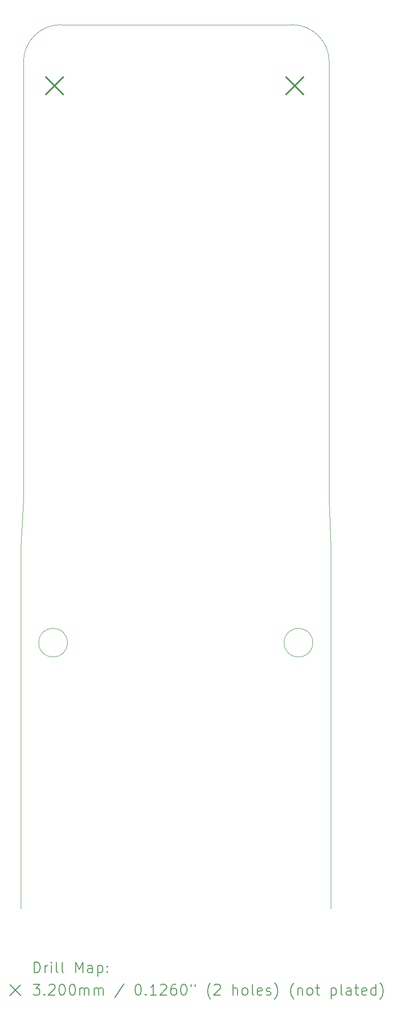
<source format=gbr>
%FSLAX45Y45*%
G04 Gerber Fmt 4.5, Leading zero omitted, Abs format (unit mm)*
G04 Created by KiCad (PCBNEW (6.0.4)) date 2022-12-31 00:20:02*
%MOMM*%
%LPD*%
G01*
G04 APERTURE LIST*
%TA.AperFunction,Profile*%
%ADD10C,0.100000*%
%TD*%
%ADD11C,0.200000*%
%ADD12C,0.320000*%
G04 APERTURE END LIST*
D10*
X8939414Y-10682086D02*
X8939414Y-2476500D01*
X14709140Y-11585620D02*
X14682586Y-10682086D01*
X9763696Y-13367000D02*
G75*
G03*
X9763696Y-13367000I-268830J0D01*
G01*
X9637914Y-1778004D02*
G75*
G03*
X8939414Y-2476500I-4J-698496D01*
G01*
X14373104Y-13367000D02*
G75*
G03*
X14373104Y-13367000I-268830J0D01*
G01*
X8890000Y-11585620D02*
X8939414Y-10682086D01*
X8890000Y-18354000D02*
X8890000Y-11585620D01*
X14682586Y-2476500D02*
X14682586Y-10682086D01*
X9637914Y-1778000D02*
X13984086Y-1778000D01*
X14709140Y-18354000D02*
X14709140Y-11585620D01*
X14682590Y-2476500D02*
G75*
G03*
X13984086Y-1778000I-698500J0D01*
G01*
D11*
D12*
X9365000Y-2761000D02*
X9685000Y-3081000D01*
X9685000Y-2761000D02*
X9365000Y-3081000D01*
X13873500Y-2761000D02*
X14193500Y-3081000D01*
X14193500Y-2761000D02*
X13873500Y-3081000D01*
D11*
X9141619Y-19554476D02*
X9141619Y-19354476D01*
X9189238Y-19354476D01*
X9217810Y-19364000D01*
X9236857Y-19383048D01*
X9246381Y-19402095D01*
X9255905Y-19440190D01*
X9255905Y-19468762D01*
X9246381Y-19506857D01*
X9236857Y-19525905D01*
X9217810Y-19544952D01*
X9189238Y-19554476D01*
X9141619Y-19554476D01*
X9341619Y-19554476D02*
X9341619Y-19421143D01*
X9341619Y-19459238D02*
X9351143Y-19440190D01*
X9360667Y-19430667D01*
X9379714Y-19421143D01*
X9398762Y-19421143D01*
X9465429Y-19554476D02*
X9465429Y-19421143D01*
X9465429Y-19354476D02*
X9455905Y-19364000D01*
X9465429Y-19373524D01*
X9474952Y-19364000D01*
X9465429Y-19354476D01*
X9465429Y-19373524D01*
X9589238Y-19554476D02*
X9570190Y-19544952D01*
X9560667Y-19525905D01*
X9560667Y-19354476D01*
X9694000Y-19554476D02*
X9674952Y-19544952D01*
X9665429Y-19525905D01*
X9665429Y-19354476D01*
X9922571Y-19554476D02*
X9922571Y-19354476D01*
X9989238Y-19497333D01*
X10055905Y-19354476D01*
X10055905Y-19554476D01*
X10236857Y-19554476D02*
X10236857Y-19449714D01*
X10227333Y-19430667D01*
X10208286Y-19421143D01*
X10170190Y-19421143D01*
X10151143Y-19430667D01*
X10236857Y-19544952D02*
X10217810Y-19554476D01*
X10170190Y-19554476D01*
X10151143Y-19544952D01*
X10141619Y-19525905D01*
X10141619Y-19506857D01*
X10151143Y-19487810D01*
X10170190Y-19478286D01*
X10217810Y-19478286D01*
X10236857Y-19468762D01*
X10332095Y-19421143D02*
X10332095Y-19621143D01*
X10332095Y-19430667D02*
X10351143Y-19421143D01*
X10389238Y-19421143D01*
X10408286Y-19430667D01*
X10417810Y-19440190D01*
X10427333Y-19459238D01*
X10427333Y-19516381D01*
X10417810Y-19535429D01*
X10408286Y-19544952D01*
X10389238Y-19554476D01*
X10351143Y-19554476D01*
X10332095Y-19544952D01*
X10513048Y-19535429D02*
X10522571Y-19544952D01*
X10513048Y-19554476D01*
X10503524Y-19544952D01*
X10513048Y-19535429D01*
X10513048Y-19554476D01*
X10513048Y-19430667D02*
X10522571Y-19440190D01*
X10513048Y-19449714D01*
X10503524Y-19440190D01*
X10513048Y-19430667D01*
X10513048Y-19449714D01*
X8684000Y-19784000D02*
X8884000Y-19984000D01*
X8884000Y-19784000D02*
X8684000Y-19984000D01*
X9122571Y-19774476D02*
X9246381Y-19774476D01*
X9179714Y-19850667D01*
X9208286Y-19850667D01*
X9227333Y-19860190D01*
X9236857Y-19869714D01*
X9246381Y-19888762D01*
X9246381Y-19936381D01*
X9236857Y-19955429D01*
X9227333Y-19964952D01*
X9208286Y-19974476D01*
X9151143Y-19974476D01*
X9132095Y-19964952D01*
X9122571Y-19955429D01*
X9332095Y-19955429D02*
X9341619Y-19964952D01*
X9332095Y-19974476D01*
X9322571Y-19964952D01*
X9332095Y-19955429D01*
X9332095Y-19974476D01*
X9417810Y-19793524D02*
X9427333Y-19784000D01*
X9446381Y-19774476D01*
X9494000Y-19774476D01*
X9513048Y-19784000D01*
X9522571Y-19793524D01*
X9532095Y-19812571D01*
X9532095Y-19831619D01*
X9522571Y-19860190D01*
X9408286Y-19974476D01*
X9532095Y-19974476D01*
X9655905Y-19774476D02*
X9674952Y-19774476D01*
X9694000Y-19784000D01*
X9703524Y-19793524D01*
X9713048Y-19812571D01*
X9722571Y-19850667D01*
X9722571Y-19898286D01*
X9713048Y-19936381D01*
X9703524Y-19955429D01*
X9694000Y-19964952D01*
X9674952Y-19974476D01*
X9655905Y-19974476D01*
X9636857Y-19964952D01*
X9627333Y-19955429D01*
X9617810Y-19936381D01*
X9608286Y-19898286D01*
X9608286Y-19850667D01*
X9617810Y-19812571D01*
X9627333Y-19793524D01*
X9636857Y-19784000D01*
X9655905Y-19774476D01*
X9846381Y-19774476D02*
X9865429Y-19774476D01*
X9884476Y-19784000D01*
X9894000Y-19793524D01*
X9903524Y-19812571D01*
X9913048Y-19850667D01*
X9913048Y-19898286D01*
X9903524Y-19936381D01*
X9894000Y-19955429D01*
X9884476Y-19964952D01*
X9865429Y-19974476D01*
X9846381Y-19974476D01*
X9827333Y-19964952D01*
X9817810Y-19955429D01*
X9808286Y-19936381D01*
X9798762Y-19898286D01*
X9798762Y-19850667D01*
X9808286Y-19812571D01*
X9817810Y-19793524D01*
X9827333Y-19784000D01*
X9846381Y-19774476D01*
X9998762Y-19974476D02*
X9998762Y-19841143D01*
X9998762Y-19860190D02*
X10008286Y-19850667D01*
X10027333Y-19841143D01*
X10055905Y-19841143D01*
X10074952Y-19850667D01*
X10084476Y-19869714D01*
X10084476Y-19974476D01*
X10084476Y-19869714D02*
X10094000Y-19850667D01*
X10113048Y-19841143D01*
X10141619Y-19841143D01*
X10160667Y-19850667D01*
X10170190Y-19869714D01*
X10170190Y-19974476D01*
X10265429Y-19974476D02*
X10265429Y-19841143D01*
X10265429Y-19860190D02*
X10274952Y-19850667D01*
X10294000Y-19841143D01*
X10322571Y-19841143D01*
X10341619Y-19850667D01*
X10351143Y-19869714D01*
X10351143Y-19974476D01*
X10351143Y-19869714D02*
X10360667Y-19850667D01*
X10379714Y-19841143D01*
X10408286Y-19841143D01*
X10427333Y-19850667D01*
X10436857Y-19869714D01*
X10436857Y-19974476D01*
X10827333Y-19764952D02*
X10655905Y-20022095D01*
X11084476Y-19774476D02*
X11103524Y-19774476D01*
X11122571Y-19784000D01*
X11132095Y-19793524D01*
X11141619Y-19812571D01*
X11151143Y-19850667D01*
X11151143Y-19898286D01*
X11141619Y-19936381D01*
X11132095Y-19955429D01*
X11122571Y-19964952D01*
X11103524Y-19974476D01*
X11084476Y-19974476D01*
X11065429Y-19964952D01*
X11055905Y-19955429D01*
X11046381Y-19936381D01*
X11036857Y-19898286D01*
X11036857Y-19850667D01*
X11046381Y-19812571D01*
X11055905Y-19793524D01*
X11065429Y-19784000D01*
X11084476Y-19774476D01*
X11236857Y-19955429D02*
X11246381Y-19964952D01*
X11236857Y-19974476D01*
X11227333Y-19964952D01*
X11236857Y-19955429D01*
X11236857Y-19974476D01*
X11436857Y-19974476D02*
X11322571Y-19974476D01*
X11379714Y-19974476D02*
X11379714Y-19774476D01*
X11360667Y-19803048D01*
X11341619Y-19822095D01*
X11322571Y-19831619D01*
X11513048Y-19793524D02*
X11522571Y-19784000D01*
X11541619Y-19774476D01*
X11589238Y-19774476D01*
X11608286Y-19784000D01*
X11617809Y-19793524D01*
X11627333Y-19812571D01*
X11627333Y-19831619D01*
X11617809Y-19860190D01*
X11503524Y-19974476D01*
X11627333Y-19974476D01*
X11798762Y-19774476D02*
X11760667Y-19774476D01*
X11741619Y-19784000D01*
X11732095Y-19793524D01*
X11713048Y-19822095D01*
X11703524Y-19860190D01*
X11703524Y-19936381D01*
X11713048Y-19955429D01*
X11722571Y-19964952D01*
X11741619Y-19974476D01*
X11779714Y-19974476D01*
X11798762Y-19964952D01*
X11808286Y-19955429D01*
X11817809Y-19936381D01*
X11817809Y-19888762D01*
X11808286Y-19869714D01*
X11798762Y-19860190D01*
X11779714Y-19850667D01*
X11741619Y-19850667D01*
X11722571Y-19860190D01*
X11713048Y-19869714D01*
X11703524Y-19888762D01*
X11941619Y-19774476D02*
X11960667Y-19774476D01*
X11979714Y-19784000D01*
X11989238Y-19793524D01*
X11998762Y-19812571D01*
X12008286Y-19850667D01*
X12008286Y-19898286D01*
X11998762Y-19936381D01*
X11989238Y-19955429D01*
X11979714Y-19964952D01*
X11960667Y-19974476D01*
X11941619Y-19974476D01*
X11922571Y-19964952D01*
X11913048Y-19955429D01*
X11903524Y-19936381D01*
X11894000Y-19898286D01*
X11894000Y-19850667D01*
X11903524Y-19812571D01*
X11913048Y-19793524D01*
X11922571Y-19784000D01*
X11941619Y-19774476D01*
X12084476Y-19774476D02*
X12084476Y-19812571D01*
X12160667Y-19774476D02*
X12160667Y-19812571D01*
X12455905Y-20050667D02*
X12446381Y-20041143D01*
X12427333Y-20012571D01*
X12417809Y-19993524D01*
X12408286Y-19964952D01*
X12398762Y-19917333D01*
X12398762Y-19879238D01*
X12408286Y-19831619D01*
X12417809Y-19803048D01*
X12427333Y-19784000D01*
X12446381Y-19755429D01*
X12455905Y-19745905D01*
X12522571Y-19793524D02*
X12532095Y-19784000D01*
X12551143Y-19774476D01*
X12598762Y-19774476D01*
X12617809Y-19784000D01*
X12627333Y-19793524D01*
X12636857Y-19812571D01*
X12636857Y-19831619D01*
X12627333Y-19860190D01*
X12513048Y-19974476D01*
X12636857Y-19974476D01*
X12874952Y-19974476D02*
X12874952Y-19774476D01*
X12960667Y-19974476D02*
X12960667Y-19869714D01*
X12951143Y-19850667D01*
X12932095Y-19841143D01*
X12903524Y-19841143D01*
X12884476Y-19850667D01*
X12874952Y-19860190D01*
X13084476Y-19974476D02*
X13065428Y-19964952D01*
X13055905Y-19955429D01*
X13046381Y-19936381D01*
X13046381Y-19879238D01*
X13055905Y-19860190D01*
X13065428Y-19850667D01*
X13084476Y-19841143D01*
X13113048Y-19841143D01*
X13132095Y-19850667D01*
X13141619Y-19860190D01*
X13151143Y-19879238D01*
X13151143Y-19936381D01*
X13141619Y-19955429D01*
X13132095Y-19964952D01*
X13113048Y-19974476D01*
X13084476Y-19974476D01*
X13265428Y-19974476D02*
X13246381Y-19964952D01*
X13236857Y-19945905D01*
X13236857Y-19774476D01*
X13417809Y-19964952D02*
X13398762Y-19974476D01*
X13360667Y-19974476D01*
X13341619Y-19964952D01*
X13332095Y-19945905D01*
X13332095Y-19869714D01*
X13341619Y-19850667D01*
X13360667Y-19841143D01*
X13398762Y-19841143D01*
X13417809Y-19850667D01*
X13427333Y-19869714D01*
X13427333Y-19888762D01*
X13332095Y-19907810D01*
X13503524Y-19964952D02*
X13522571Y-19974476D01*
X13560667Y-19974476D01*
X13579714Y-19964952D01*
X13589238Y-19945905D01*
X13589238Y-19936381D01*
X13579714Y-19917333D01*
X13560667Y-19907810D01*
X13532095Y-19907810D01*
X13513048Y-19898286D01*
X13503524Y-19879238D01*
X13503524Y-19869714D01*
X13513048Y-19850667D01*
X13532095Y-19841143D01*
X13560667Y-19841143D01*
X13579714Y-19850667D01*
X13655905Y-20050667D02*
X13665428Y-20041143D01*
X13684476Y-20012571D01*
X13694000Y-19993524D01*
X13703524Y-19964952D01*
X13713048Y-19917333D01*
X13713048Y-19879238D01*
X13703524Y-19831619D01*
X13694000Y-19803048D01*
X13684476Y-19784000D01*
X13665428Y-19755429D01*
X13655905Y-19745905D01*
X14017809Y-20050667D02*
X14008286Y-20041143D01*
X13989238Y-20012571D01*
X13979714Y-19993524D01*
X13970190Y-19964952D01*
X13960667Y-19917333D01*
X13960667Y-19879238D01*
X13970190Y-19831619D01*
X13979714Y-19803048D01*
X13989238Y-19784000D01*
X14008286Y-19755429D01*
X14017809Y-19745905D01*
X14094000Y-19841143D02*
X14094000Y-19974476D01*
X14094000Y-19860190D02*
X14103524Y-19850667D01*
X14122571Y-19841143D01*
X14151143Y-19841143D01*
X14170190Y-19850667D01*
X14179714Y-19869714D01*
X14179714Y-19974476D01*
X14303524Y-19974476D02*
X14284476Y-19964952D01*
X14274952Y-19955429D01*
X14265428Y-19936381D01*
X14265428Y-19879238D01*
X14274952Y-19860190D01*
X14284476Y-19850667D01*
X14303524Y-19841143D01*
X14332095Y-19841143D01*
X14351143Y-19850667D01*
X14360667Y-19860190D01*
X14370190Y-19879238D01*
X14370190Y-19936381D01*
X14360667Y-19955429D01*
X14351143Y-19964952D01*
X14332095Y-19974476D01*
X14303524Y-19974476D01*
X14427333Y-19841143D02*
X14503524Y-19841143D01*
X14455905Y-19774476D02*
X14455905Y-19945905D01*
X14465428Y-19964952D01*
X14484476Y-19974476D01*
X14503524Y-19974476D01*
X14722571Y-19841143D02*
X14722571Y-20041143D01*
X14722571Y-19850667D02*
X14741619Y-19841143D01*
X14779714Y-19841143D01*
X14798762Y-19850667D01*
X14808286Y-19860190D01*
X14817809Y-19879238D01*
X14817809Y-19936381D01*
X14808286Y-19955429D01*
X14798762Y-19964952D01*
X14779714Y-19974476D01*
X14741619Y-19974476D01*
X14722571Y-19964952D01*
X14932095Y-19974476D02*
X14913048Y-19964952D01*
X14903524Y-19945905D01*
X14903524Y-19774476D01*
X15094000Y-19974476D02*
X15094000Y-19869714D01*
X15084476Y-19850667D01*
X15065428Y-19841143D01*
X15027333Y-19841143D01*
X15008286Y-19850667D01*
X15094000Y-19964952D02*
X15074952Y-19974476D01*
X15027333Y-19974476D01*
X15008286Y-19964952D01*
X14998762Y-19945905D01*
X14998762Y-19926857D01*
X15008286Y-19907810D01*
X15027333Y-19898286D01*
X15074952Y-19898286D01*
X15094000Y-19888762D01*
X15160667Y-19841143D02*
X15236857Y-19841143D01*
X15189238Y-19774476D02*
X15189238Y-19945905D01*
X15198762Y-19964952D01*
X15217809Y-19974476D01*
X15236857Y-19974476D01*
X15379714Y-19964952D02*
X15360667Y-19974476D01*
X15322571Y-19974476D01*
X15303524Y-19964952D01*
X15294000Y-19945905D01*
X15294000Y-19869714D01*
X15303524Y-19850667D01*
X15322571Y-19841143D01*
X15360667Y-19841143D01*
X15379714Y-19850667D01*
X15389238Y-19869714D01*
X15389238Y-19888762D01*
X15294000Y-19907810D01*
X15560667Y-19974476D02*
X15560667Y-19774476D01*
X15560667Y-19964952D02*
X15541619Y-19974476D01*
X15503524Y-19974476D01*
X15484476Y-19964952D01*
X15474952Y-19955429D01*
X15465428Y-19936381D01*
X15465428Y-19879238D01*
X15474952Y-19860190D01*
X15484476Y-19850667D01*
X15503524Y-19841143D01*
X15541619Y-19841143D01*
X15560667Y-19850667D01*
X15636857Y-20050667D02*
X15646381Y-20041143D01*
X15665428Y-20012571D01*
X15674952Y-19993524D01*
X15684476Y-19964952D01*
X15694000Y-19917333D01*
X15694000Y-19879238D01*
X15684476Y-19831619D01*
X15674952Y-19803048D01*
X15665428Y-19784000D01*
X15646381Y-19755429D01*
X15636857Y-19745905D01*
M02*

</source>
